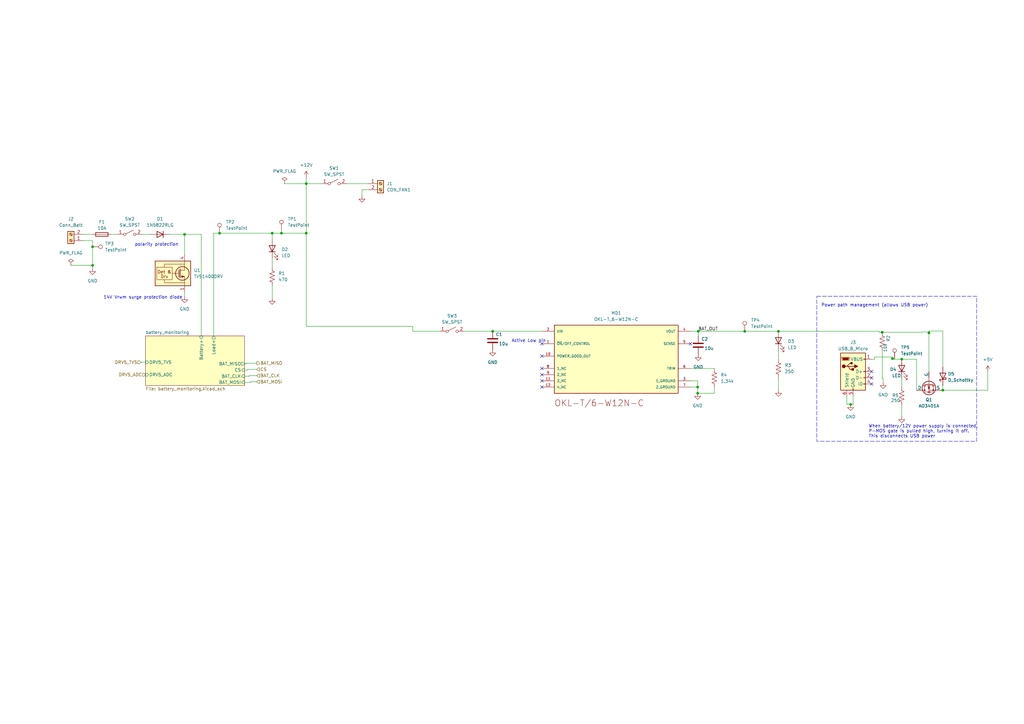
<source format=kicad_sch>
(kicad_sch (version 20230121) (generator eeschema)
  (paper "A3")
  (lib_symbols
    (symbol "Connector:Screw_Terminal_01x02" (pin_names (offset 1.016) hide)
      (property "Reference" "J" (at 0 2.54 0))
      (property "Value" "Screw_Terminal_01x02" (at 0 -5.08 0))
      (symbol "Screw_Terminal_01x02_1_1"
        (rectangle (start -1.27 1.27) (end 1.27 -3.81) (stroke (width 0.254)) (fill (type background)))
        (circle (center 0 -2.54) (radius 0.635) (stroke (width 0.1524)))
        (polyline (pts (xy -0.5334 -2.2098) (xy 0.3302 -3.048)) (stroke (width 0.1524)))
        (polyline (pts (xy -0.5334 0.3302) (xy 0.3302 -0.508)) (stroke (width 0.1524)))
        (polyline (pts (xy -0.3556 -2.032) (xy 0.508 -2.8702)) (stroke (width 0.1524)))
        (polyline (pts (xy -0.3556 0.508) (xy 0.508 -0.3302)) (stroke (width 0.1524)))
        (circle (center 0 0) (radius 0.635) (stroke (width 0.1524)))
        (pin passive line (at -5.08 0 0) (length 3.81) (name "Pin_1") (number "1"))
        (pin passive line (at -5.08 -2.54 0) (length 3.81) (name "Pin_2") (number "2"))
      )
    )
    (symbol "Connector:TestPoint" (pin_numbers hide) (pin_names (offset 0.762) hide)
      (property "Reference" "TP" (at 0 6.858 0))
      (property "Value" "TestPoint" (at 0 5.08 0))
      (symbol "TestPoint_0_1"
        (circle (center 0 3.302) (radius 0.762))
      )
      (symbol "TestPoint_1_1"
        (pin passive line (at 0 0 90) (length 2.54) (name "1") (number "1"))
      )
    )
    (symbol "Connector:USB_B_Micro" (pin_names (offset 1.016))
      (property "Reference" "J11" (at 0 11.938 0))
      (property "Value" "USB_B_Micro" (at 0 9.398 0))
      (symbol "USB_B_Micro_0_1"
        (rectangle (start -5.08 -7.62) (end 5.08 7.62) (stroke (width 0.254)) (fill (type background)))
        (circle (center -3.81 2.159) (radius 0.635) (stroke (width 0.254)) (fill (type outline)))
        (circle (center -0.635 3.429) (radius 0.381) (stroke (width 0.254)) (fill (type outline)))
        (rectangle (start -0.127 -7.62) (end 0.127 -6.858))
        (polyline (pts (xy -1.905 2.159) (xy 0.635 2.159)) (stroke (width 0.254)))
        (polyline (pts (xy -3.175 2.159) (xy -2.54 2.159) (xy -1.27 3.429) (xy -0.635 3.429)) (stroke (width 0.254)))
        (polyline (pts (xy -2.54 2.159) (xy -1.905 2.159) (xy -1.27 0.889) (xy 0 0.889)) (stroke (width 0.254)))
        (polyline (pts (xy 0.635 2.794) (xy 0.635 1.524) (xy 1.905 2.159) (xy 0.635 2.794)) (stroke (width 0.254)) (fill (type outline)))
        (polyline (pts (xy -4.318 5.588) (xy -1.778 5.588) (xy -2.032 4.826) (xy -4.064 4.826) (xy -4.318 5.588)) (fill (type outline)))
        (polyline (pts (xy -4.699 5.842) (xy -4.699 5.588) (xy -4.445 4.826) (xy -4.445 4.572) (xy -1.651 4.572) (xy -1.651 4.826) (xy -1.397 5.588) (xy -1.397 5.842) (xy -4.699 5.842)))
        (rectangle (start 0.254 1.27) (end -0.508 0.508) (stroke (width 0.254)) (fill (type outline)))
        (rectangle (start 5.08 -5.207) (end 4.318 -4.953))
        (rectangle (start 5.08 -2.667) (end 4.318 -2.413))
        (rectangle (start 5.08 -0.127) (end 4.318 0.127))
        (rectangle (start 5.08 4.953) (end 4.318 5.207))
      )
      (symbol "USB_B_Micro_1_1"
        (pin power_out line (at 7.62 5.08 180) (length 2.54) (name "VBUS") (number "1"))
        (pin bidirectional line (at 7.62 -2.54 180) (length 2.54) (name "D-") (number "2"))
        (pin bidirectional line (at 7.62 0 180) (length 2.54) (name "D+") (number "3"))
        (pin passive line (at 7.62 -5.08 180) (length 2.54) (name "ID") (number "4"))
        (pin power_in line (at 0 -10.16 90) (length 2.54) (name "GND") (number "5"))
        (pin passive line (at -2.54 -10.16 90) (length 2.54) (name "Shield") (number "6"))
      )
    )
    (symbol "Device:C" (pin_numbers hide) (pin_names (offset 0.254))
      (property "Reference" "C" (at 0.635 2.54 0))
      (property "Value" "C" (at 0.635 -2.54 0))
      (symbol "C_0_1"
        (polyline (pts (xy -2.032 -0.762) (xy 2.032 -0.762)) (stroke (width 0.508)))
        (polyline (pts (xy -2.032 0.762) (xy 2.032 0.762)) (stroke (width 0.508)))
      )
      (symbol "C_1_1"
        (pin passive line (at 0 3.81 270) (length 2.794) (name "~") (number "1"))
        (pin passive line (at 0 -3.81 90) (length 2.794) (name "~") (number "2"))
      )
    )
    (symbol "Device:D" (pin_numbers hide) (pin_names (offset 1.016) hide)
      (property "Reference" "D" (at 0 2.54 0))
      (property "Value" "D" (at 0 -2.54 0))
      (symbol "D_0_1"
        (polyline (pts (xy -1.27 1.27) (xy -1.27 -1.27)) (stroke (width 0.254)))
        (polyline (pts (xy 1.27 0) (xy -1.27 0)))
        (polyline (pts (xy 1.27 1.27) (xy 1.27 -1.27) (xy -1.27 0) (xy 1.27 1.27)) (stroke (width 0.254)))
      )
      (symbol "D_1_1"
        (pin passive line (at -3.81 0 0) (length 2.54) (name "K") (number "1"))
        (pin passive line (at 3.81 0 180) (length 2.54) (name "A") (number "2"))
      )
    )
    (symbol "Device:D_Schottky" (pin_numbers hide) (pin_names (offset 1.016) hide)
      (property "Reference" "D" (at 0 2.54 0))
      (property "Value" "D_Schottky" (at 0 -2.54 0))
      (symbol "D_Schottky_0_1"
        (polyline (pts (xy 1.27 0) (xy -1.27 0)))
        (polyline (pts (xy 1.27 1.27) (xy 1.27 -1.27) (xy -1.27 0) (xy 1.27 1.27)) (stroke (width 0.254)))
        (polyline (pts (xy -1.905 0.635) (xy -1.905 1.27) (xy -1.27 1.27) (xy -1.27 -1.27) (xy -0.635 -1.27) (xy -0.635 -0.635)) (stroke (width 0.254)))
      )
      (symbol "D_Schottky_1_1"
        (pin passive line (at -3.81 0 0) (length 2.54) (name "K") (number "1"))
        (pin passive line (at 3.81 0 180) (length 2.54) (name "A") (number "2"))
      )
    )
    (symbol "Device:Fuse" (pin_numbers hide) (pin_names (offset 0))
      (property "Reference" "F" (at 2.032 0 90))
      (property "Value" "Fuse" (at -1.905 0 90))
      (symbol "Fuse_0_1"
        (rectangle (start -0.762 -2.54) (end 0.762 2.54) (stroke (width 0.254)))
        (polyline (pts (xy 0 2.54) (xy 0 -2.54)))
      )
      (symbol "Fuse_1_1"
        (pin passive line (at 0 3.81 270) (length 1.27) (name "~") (number "1"))
        (pin passive line (at 0 -3.81 90) (length 1.27) (name "~") (number "2"))
      )
    )
    (symbol "Device:LED" (pin_numbers hide) (pin_names (offset 1.016) hide)
      (property "Reference" "D" (at 0 2.54 0))
      (property "Value" "LED" (at 0 -2.54 0))
      (symbol "LED_0_1"
        (polyline (pts (xy -1.27 -1.27) (xy -1.27 1.27)) (stroke (width 0.254)))
        (polyline (pts (xy -1.27 0) (xy 1.27 0)))
        (polyline (pts (xy 1.27 -1.27) (xy 1.27 1.27) (xy -1.27 0) (xy 1.27 -1.27)) (stroke (width 0.254)))
        (polyline (pts (xy -3.048 -0.762) (xy -4.572 -2.286) (xy -3.81 -2.286) (xy -4.572 -2.286) (xy -4.572 -1.524)))
        (polyline (pts (xy -1.778 -0.762) (xy -3.302 -2.286) (xy -2.54 -2.286) (xy -3.302 -2.286) (xy -3.302 -1.524)))
      )
      (symbol "LED_1_1"
        (pin passive line (at -3.81 0 0) (length 2.54) (name "K") (number "1"))
        (pin passive line (at 3.81 0 180) (length 2.54) (name "A") (number "2"))
      )
    )
    (symbol "Device:R_US" (pin_numbers hide) (pin_names (offset 0))
      (property "Reference" "R" (at 2.54 0 90))
      (property "Value" "R_US" (at -2.54 0 90))
      (symbol "R_US_0_1"
        (polyline (pts (xy 0 -2.286) (xy 0 -2.54)))
        (polyline (pts (xy 0 2.286) (xy 0 2.54)))
        (polyline (pts (xy 0 -0.762) (xy 1.016 -1.143) (xy 0 -1.524) (xy -1.016 -1.905) (xy 0 -2.286)))
        (polyline (pts (xy 0 0.762) (xy 1.016 0.381) (xy 0 0) (xy -1.016 -0.381) (xy 0 -0.762)))
        (polyline (pts (xy 0 2.286) (xy 1.016 1.905) (xy 0 1.524) (xy -1.016 1.143) (xy 0 0.762)))
      )
      (symbol "R_US_1_1"
        (pin passive line (at 0 3.81 270) (length 1.27) (name "~") (number "1"))
        (pin passive line (at 0 -3.81 90) (length 1.27) (name "~") (number "2"))
      )
    )
    (symbol "OKL-T/6-W12N-C:OKL-T_6-W12N-C" (pin_names (offset 1.016))
      (property "Reference" "MD1" (at 27.94 -0.127 0))
      (property "Value" "OKL-T_6-W12N-C" (at 27.94 -2.667 0))
      (symbol "OKL-T_6-W12N-C_0_0"
        (rectangle (start 2.54 -33.02) (end 53.34 -5.08) (stroke (width 0.254)) (fill (type background)))
        (text "OKL-T/6-W12N-C" (at 2.54 -35.56 0) (effects (font (size 2.54 2.54)) (justify left top)))
        (pin bidirectional line (at -2.54 -12.7 0) (length 5.08) (name "~{ON}/OFF_CONTROL") (number "1"))
        (pin open_collector line (at -2.54 -17.78 0) (length 5.08) (name "POWER_GOOD_OUT") (number "10"))
        (pin passive line (at -2.54 -27.94 0) (length 5.08) (name "3_NC") (number "11"))
        (pin passive line (at -2.54 -30.48 0) (length 5.08) (name "4_NC") (number "12"))
        (pin bidirectional line (at -2.54 -7.62 0) (length 5.08) (name "VIN") (number "2"))
        (pin power_in line (at 58.42 -27.94 180) (length 5.08) (name "1_GROUND") (number "3"))
        (pin passive line (at 58.42 -12.7 180) (length 5.08) (name "SENSE") (number "5"))
        (pin passive line (at 58.42 -22.86 180) (length 5.08) (name "TRIM") (number "6"))
        (pin power_in line (at 58.42 -30.48 180) (length 5.08) (name "2_GROUND") (number "7"))
        (pin passive line (at -2.54 -22.86 0) (length 5.08) (name "1_NC") (number "8"))
        (pin passive line (at -2.54 -25.4 0) (length 5.08) (name "2_NC") (number "9"))
      )
      (symbol "OKL-T_6-W12N-C_1_0"
        (pin power_out line (at 58.42 -7.62 180) (length 5.08) (name "VOUT") (number "4"))
      )
    )
    (symbol "Power_Protection:TVS1400DRV" (pin_names (offset 0) hide)
      (property "Reference" "U" (at 2.54 1.27 0))
      (property "Value" "TVS1400DRV" (at 2.54 -1.27 0))
      (symbol "TVS1400DRV_0_0"
        (rectangle (start -11.43 2.54) (end -5.08 -2.54))
        (polyline (pts (xy 0 1.27) (xy -1.778 1.27)))
        (polyline (pts (xy -8.255 -2.54) (xy -8.255 -3.81) (xy 0 -3.81)))
        (polyline (pts (xy -8.255 2.54) (xy -8.255 3.81) (xy 0 3.81)))
        (text "Det &" (at -8.255 0.635 0) (effects (font (size 1.27 1.27))))
        (text "Drv" (at -8.255 -1.27 0) (effects (font (size 1.27 1.27))))
      )
      (symbol "TVS1400DRV_0_1"
        (rectangle (start -12.065 5.08) (end 2.54 -5.08) (stroke (width 0.254)) (fill (type background)))
        (circle (center -0.889 0) (radius 2.794) (stroke (width 0.254)))
        (polyline (pts (xy -2.286 0) (xy -5.08 0)))
        (polyline (pts (xy -2.286 1.397) (xy -2.286 -1.524)) (stroke (width 0.254)))
        (polyline (pts (xy -1.778 1.778) (xy -1.778 -1.778)) (stroke (width 0.254)))
        (polyline (pts (xy 0 -2.54) (xy 0 -5.08)))
        (polyline (pts (xy 0 2.54) (xy 0 1.27)))
        (polyline (pts (xy 0 5.08) (xy 0 2.54)))
        (polyline (pts (xy 0 -2.54) (xy 0 -1.27) (xy -1.778 -1.27)))
        (polyline (pts (xy -0.127 -1.27) (xy -1.143 -1.651) (xy -1.143 -0.889) (xy -0.127 -1.27)) (fill (type outline)))
      )
      (symbol "TVS1400DRV_1_1"
        (pin power_in line (at 0 -7.62 90) (length 2.54) (name "GND") (number "1"))
        (pin passive line (at 0 -7.62 90) (length 2.54) hide (name "GND") (number "2"))
        (pin passive line (at 0 -7.62 90) (length 2.54) hide (name "GND") (number "3"))
        (pin passive line (at 0 7.62 270) (length 2.54) (name "IN") (number "4"))
        (pin passive line (at 0 7.62 270) (length 2.54) hide (name "IN") (number "5"))
        (pin passive line (at 0 7.62 270) (length 2.54) hide (name "IN") (number "6"))
        (pin passive line (at 0 -7.62 90) (length 2.54) hide (name "GND") (number "7"))
      )
    )
    (symbol "Screw_Terminal_01x02_1" (pin_names (offset 1.016) hide)
      (property "Reference" "J2" (at 0 -8.89 0))
      (property "Value" "Conn_Batt" (at 0 -6.35 0))
      (symbol "Screw_Terminal_01x02_1_1_1"
        (rectangle (start -1.27 1.27) (end 1.27 -3.81) (stroke (width 0.254)) (fill (type background)))
        (circle (center 0 -2.54) (radius 0.635) (stroke (width 0.1524)))
        (polyline (pts (xy -0.5334 -2.2098) (xy 0.3302 -3.048)) (stroke (width 0.1524)))
        (polyline (pts (xy -0.5334 0.3302) (xy 0.3302 -0.508)) (stroke (width 0.1524)))
        (polyline (pts (xy -0.3556 -2.032) (xy 0.508 -2.8702)) (stroke (width 0.1524)))
        (polyline (pts (xy -0.3556 0.508) (xy 0.508 -0.3302)) (stroke (width 0.1524)))
        (circle (center 0 0) (radius 0.635) (stroke (width 0.1524)))
        (pin passive line (at -5.08 0 0) (length 3.81) (name "Pin_1") (number "1"))
        (pin passive line (at -5.08 -2.54 0) (length 3.81) (name "Pin_2") (number "2"))
      )
    )
    (symbol "Simulation_SPICE:PMOS" (pin_numbers hide) (pin_names (offset 0))
      (property "Reference" "Q" (at 5.08 1.27 0))
      (property "Value" "PMOS" (at 5.08 -1.27 0))
      (symbol "PMOS_0_1"
        (polyline (pts (xy 0.254 0) (xy -2.54 0)))
        (polyline (pts (xy 0.254 1.905) (xy 0.254 -1.905)) (stroke (width 0.254)))
        (polyline (pts (xy 0.762 -1.27) (xy 0.762 -2.286)) (stroke (width 0.254)))
        (polyline (pts (xy 0.762 0.508) (xy 0.762 -0.508)) (stroke (width 0.254)))
        (polyline (pts (xy 0.762 2.286) (xy 0.762 1.27)) (stroke (width 0.254)))
        (polyline (pts (xy 2.54 2.54) (xy 2.54 1.778)))
        (polyline (pts (xy 2.54 -2.54) (xy 2.54 0) (xy 0.762 0)))
        (polyline (pts (xy 0.762 1.778) (xy 3.302 1.778) (xy 3.302 -1.778) (xy 0.762 -1.778)))
        (polyline (pts (xy 2.286 0) (xy 1.27 0.381) (xy 1.27 -0.381) (xy 2.286 0)) (fill (type outline)))
        (polyline (pts (xy 2.794 -0.508) (xy 2.921 -0.381) (xy 3.683 -0.381) (xy 3.81 -0.254)))
        (polyline (pts (xy 3.302 -0.381) (xy 2.921 0.254) (xy 3.683 0.254) (xy 3.302 -0.381)))
        (circle (center 1.651 0) (radius 2.794) (stroke (width 0.254)))
        (circle (center 2.54 -1.778) (radius 0.254) (fill (type outline)))
        (circle (center 2.54 1.778) (radius 0.254) (fill (type outline)))
      )
      (symbol "PMOS_1_1"
        (pin passive line (at 2.54 5.08 270) (length 2.54) (name "D") (number "1"))
        (pin input line (at -5.08 0 0) (length 2.54) (name "G") (number "2"))
        (pin passive line (at 2.54 -5.08 90) (length 2.54) (name "S") (number "3"))
      )
    )
    (symbol "Switch:SW_SPST" (pin_names (offset 0) hide)
      (property "Reference" "SW" (at 0 3.175 0))
      (property "Value" "SW_SPST" (at 0 -2.54 0))
      (symbol "SW_SPST_0_0"
        (circle (center -2.032 0) (radius 0.508))
        (polyline (pts (xy -1.524 0.254) (xy 1.524 1.778)))
        (circle (center 2.032 0) (radius 0.508))
      )
      (symbol "SW_SPST_1_1"
        (pin passive line (at -5.08 0 0) (length 2.54) (name "A") (number "1"))
        (pin passive line (at 5.08 0 180) (length 2.54) (name "B") (number "2"))
      )
    )
    (symbol "power:+12V" (power) (pin_names (offset 0))
      (property "Value" "+12V" (at 0 3.556 0))
      (symbol "+12V_0_1"
        (polyline (pts (xy -0.762 1.27) (xy 0 2.54)))
        (polyline (pts (xy 0 0) (xy 0 2.54)))
        (polyline (pts (xy 0 2.54) (xy 0.762 1.27)))
      )
      (symbol "+12V_1_1"
        (pin power_in line (at 0 0 90) (length 0) hide (name "+12V") (number "1"))
      )
    )
    (symbol "power:+5V" (power) (pin_names (offset 0))
      (property "Value" "+5V" (at 0 3.556 0))
      (symbol "+5V_0_1"
        (polyline (pts (xy -0.762 1.27) (xy 0 2.54)))
        (polyline (pts (xy 0 0) (xy 0 2.54)))
        (polyline (pts (xy 0 2.54) (xy 0.762 1.27)))
      )
      (symbol "+5V_1_1"
        (pin power_in line (at 0 0 90) (length 0) hide (name "+5V") (number "1"))
      )
    )
    (symbol "power:GND" (power) (pin_names (offset 0))
      (property "Value" "GND" (at 0 -3.81 0))
      (symbol "GND_0_1"
        (polyline (pts (xy 0 0) (xy 0 -1.27) (xy 1.27 -1.27) (xy 0 -2.54) (xy -1.27 -1.27) (xy 0 -1.27)))
      )
      (symbol "GND_1_1"
        (pin power_in line (at 0 0 270) (length 0) hide (name "GND") (number "1"))
      )
    )
    (symbol "power:PWR_FLAG" (power) (pin_numbers hide) (pin_names (offset 0) hide)
      (property "Value" "PWR_FLAG" (at 0 3.81 0))
      (symbol "PWR_FLAG_0_0"
        (pin power_out line (at 0 0 90) (length 0) (name "pwr") (number "1"))
      )
      (symbol "PWR_FLAG_0_1"
        (polyline (pts (xy 0 0) (xy 0 1.27) (xy -1.016 1.905) (xy 0 2.54) (xy 1.016 1.905) (xy 0 1.27)))
      )
    )
  )
  (junction (at 90.043 95.631))
  (junction (at 111.633 95.631))
  (junction (at 75.692 96.139))
  (junction (at 202.057 135.89))
  (junction (at 37.973 101.219))
  (junction (at 286.131 161.29))
  (junction (at 386.715 160.02))
  (junction (at 286.131 158.75))
  (junction (at 305.435 135.89))
  (junction (at 348.869 165.862))
  (junction (at 286.385 135.89))
  (junction (at 125.603 75.311))
  (junction (at 366.014 147.066))
  (junction (at 125.603 95.631))
  (junction (at 115.443 95.631))
  (junction (at 381 136.525))
  (junction (at 369.824 147.32))
  (junction (at 37.973 108.839))
  (junction (at 361.823 136.271))
  (junction (at 319.278 135.89))
  (no_connect (at 222.25 140.97))
  (no_connect (at 222.25 153.67))
  (no_connect (at 357.505 154.94))
  (no_connect (at 222.25 156.21))
  (no_connect (at 357.505 157.48))
  (no_connect (at 357.505 152.4))
  (no_connect (at 222.25 158.75))
  (no_connect (at 222.25 151.13))
  (no_connect (at 283.21 140.97))
  (no_connect (at 222.25 146.05))
  (wire (pts (xy 37.973 108.839) (xy 37.973 110.109)))
  (wire (pts (xy 360.553 136.271) (xy 360.553 135.89)))
  (wire (pts (xy 361.823 155.194) (xy 361.823 143.891)))
  (wire (pts (xy 125.603 75.311) (xy 131.953 75.311)))
  (wire (pts (xy 75.692 119.761) (xy 75.692 121.666)))
  (wire (pts (xy 378.206 136.144) (xy 380.746 136.144)))
  (wire (pts (xy 378.206 136.144) (xy 378.206 136.271)))
  (wire (pts (xy 286.385 135.89) (xy 286.385 137.795)))
  (wire (pts (xy 169.291 135.89) (xy 180.34 135.89)))
  (wire (pts (xy 111.633 105.791) (xy 111.633 109.601)))
  (wire (pts (xy 101.6 151.765) (xy 101.6 151.511)))
  (wire (pts (xy 101.6 151.511) (xy 105.283 151.511)))
  (wire (pts (xy 348.869 165.862) (xy 349.885 165.862)))
  (wire (pts (xy 102.87 156.591) (xy 105.283 156.591)))
  (wire (pts (xy 366.014 147.32) (xy 369.824 147.32)))
  (wire (pts (xy 292.989 161.29) (xy 286.131 161.29)))
  (wire (pts (xy 381 136.525) (xy 381 152.4)))
  (wire (pts (xy 100.33 156.845) (xy 102.87 156.845)))
  (wire (pts (xy 100.33 154.305) (xy 102.235 154.305)))
  (wire (pts (xy 142.113 75.311) (xy 151.003 75.311)))
  (wire (pts (xy 37.973 101.219) (xy 37.973 108.839)))
  (wire (pts (xy 375.92 147.32) (xy 375.92 160.02)))
  (wire (pts (xy 283.21 135.89) (xy 286.385 135.89)))
  (wire (pts (xy 378.206 136.271) (xy 361.823 136.271)))
  (wire (pts (xy 286.385 135.89) (xy 305.435 135.89)))
  (wire (pts (xy 369.824 166.37) (xy 369.824 170.815)))
  (wire (pts (xy 380.746 136.525) (xy 381 136.525)))
  (wire (pts (xy 319.278 135.89) (xy 305.435 135.89)))
  (wire (pts (xy 100.965 149.225) (xy 100.965 148.971)))
  (wire (pts (xy 115.443 95.631) (xy 111.633 95.631)))
  (wire (pts (xy 125.603 95.631) (xy 125.603 133.858)))
  (wire (pts (xy 347.345 162.56) (xy 347.345 165.862)))
  (wire (pts (xy 37.973 98.679) (xy 34.163 98.679)))
  (wire (pts (xy 283.21 156.21) (xy 286.131 156.21)))
  (wire (pts (xy 386.715 135.763) (xy 381 135.763)))
  (wire (pts (xy 369.824 154.94) (xy 369.824 158.75)))
  (wire (pts (xy 102.235 154.305) (xy 102.235 154.051)))
  (wire (pts (xy 82.55 96.139) (xy 82.55 137.795)))
  (wire (pts (xy 386.715 160.02) (xy 386.715 158.115)))
  (wire (pts (xy 360.553 135.89) (xy 319.278 135.89)))
  (wire (pts (xy 369.824 147.32) (xy 375.92 147.32)))
  (wire (pts (xy 29.083 108.839) (xy 37.973 108.839)))
  (wire (pts (xy 381 135.763) (xy 381 136.525)))
  (wire (pts (xy 386.715 135.763) (xy 386.715 150.495)))
  (wire (pts (xy 347.345 165.862) (xy 348.869 165.862)))
  (wire (pts (xy 169.291 133.858) (xy 125.603 133.858)))
  (wire (pts (xy 90.043 95.631) (xy 111.633 95.631)))
  (wire (pts (xy 151.003 77.851) (xy 148.463 77.851)))
  (wire (pts (xy 100.33 151.765) (xy 101.6 151.765)))
  (wire (pts (xy 202.057 135.89) (xy 222.25 135.89)))
  (wire (pts (xy 111.633 95.631) (xy 111.633 98.171)))
  (wire (pts (xy 358.648 147.32) (xy 357.505 147.32)))
  (wire (pts (xy 358.648 146.431) (xy 358.648 147.32)))
  (wire (pts (xy 405.13 152.527) (xy 405.13 160.02)))
  (wire (pts (xy 358.648 146.431) (xy 366.014 146.431)))
  (wire (pts (xy 283.21 158.75) (xy 286.131 158.75)))
  (wire (pts (xy 87.63 95.631) (xy 87.63 137.795)))
  (wire (pts (xy 34.163 96.139) (xy 37.973 96.139)))
  (wire (pts (xy 100.965 148.971) (xy 105.283 148.971)))
  (wire (pts (xy 115.443 94.361) (xy 115.443 95.631)))
  (wire (pts (xy 37.973 101.219) (xy 37.973 98.679)))
  (wire (pts (xy 366.014 146.431) (xy 366.014 147.066)))
  (wire (pts (xy 75.692 96.139) (xy 82.55 96.139)))
  (wire (pts (xy 366.014 147.066) (xy 366.903 147.066)))
  (wire (pts (xy 362.204 155.194) (xy 362.204 156.845)))
  (wire (pts (xy 360.553 136.271) (xy 361.823 136.271)))
  (wire (pts (xy 111.633 117.221) (xy 111.633 122.301)))
  (wire (pts (xy 58.293 96.139) (xy 61.849 96.139)))
  (wire (pts (xy 125.603 95.631) (xy 125.603 75.311)))
  (wire (pts (xy 292.989 151.257) (xy 292.989 151.13)))
  (wire (pts (xy 319.278 154.94) (xy 319.278 160.02)))
  (wire (pts (xy 100.33 149.225) (xy 100.965 149.225)))
  (wire (pts (xy 45.593 96.139) (xy 48.133 96.139)))
  (wire (pts (xy 366.014 147.066) (xy 366.014 147.32)))
  (wire (pts (xy 115.443 95.631) (xy 125.603 95.631)))
  (wire (pts (xy 319.278 143.51) (xy 319.278 147.32)))
  (wire (pts (xy 361.823 155.194) (xy 362.204 155.194)))
  (wire (pts (xy 75.692 104.521) (xy 75.692 96.139)))
  (wire (pts (xy 57.785 148.59) (xy 59.69 148.59)))
  (wire (pts (xy 286.131 156.21) (xy 286.131 158.75)))
  (wire (pts (xy 102.235 154.051) (xy 105.283 154.051)))
  (wire (pts (xy 286.131 158.75) (xy 286.131 161.29)))
  (wire (pts (xy 292.989 151.13) (xy 283.21 151.13)))
  (wire (pts (xy 386.715 160.02) (xy 405.13 160.02)))
  (wire (pts (xy 116.713 75.311) (xy 125.603 75.311)))
  (wire (pts (xy 102.87 156.845) (xy 102.87 156.591)))
  (wire (pts (xy 125.603 72.771) (xy 125.603 75.311)))
  (wire (pts (xy 386.08 160.02) (xy 386.715 160.02)))
  (wire (pts (xy 148.463 77.851) (xy 148.463 80.391)))
  (wire (pts (xy 169.291 135.89) (xy 169.291 133.858)))
  (wire (pts (xy 90.043 95.631) (xy 87.63 95.631)))
  (wire (pts (xy 69.469 96.139) (xy 75.692 96.139)))
  (wire (pts (xy 380.746 136.144) (xy 380.746 136.525)))
  (wire (pts (xy 292.989 158.877) (xy 292.989 161.29)))
  (wire (pts (xy 190.5 135.89) (xy 202.057 135.89)))
  (wire (pts (xy 349.885 162.56) (xy 349.885 165.862)))
  (rectangle (start 335.026 121.539) (end 400.558 180.975) (stroke (width 0) (type dash)))
  (text "Active Low pin\n" (at 209.804 140.589 0) (effects (font (size 1.27 1.27)) (justify left bottom)))
  (text "Power path management (allows USB power)" (at 336.804 125.984 0) (effects (font (size 1.27 1.27)) (justify left bottom)))
  (text "When battery/12V power supply is connected,\nP-MOS gate is pulled high, turning it off.\nThis disconnects USB power" (at 356.235 179.705 0) (effects (font (size 1.27 1.27)) (justify left bottom)))
  (text "14V Vrwm surge protection diode" (at 42.418 122.809 0) (effects (font (size 1.27 1.27)) (justify left bottom)))
  (text "polarity protection\n" (at 55.245 101.092 0) (effects (font (size 1.27 1.27)) (justify left bottom)))
  (label "BAT_OUT" (at 286.385 135.89 0))
  (hierarchical_label "DRV5_ADC" (shape input) (at 59.69 153.67 180))
  (hierarchical_label "BAT_CLK" (shape input) (at 105.283 154.051 0))
  (hierarchical_label "DRV5_TVS" (shape input) (at 57.785 148.59 180))
  (hierarchical_label "BAT_MISO" (shape output) (at 105.283 148.971 0))
  (hierarchical_label "BAT_MOSI" (shape input) (at 105.283 156.591 0))
  (hierarchical_label "CS" (shape input) (at 105.283 151.511 0))
  (symbol (lib_id "Device:LED") (at 369.824 151.13 90) (unit 1)
    (property "Reference" "D4" (at 364.998 151.511 90) (effects (justify right)))
    (property "Value" "LED" (at 365.887 154.051 90) (effects (justify right)))
    (property "Footprint" "LED_SMD:LED_1206_3216Metric" (effects hide))
  )
  (symbol (lib_id "power:GND") (at 348.869 165.862 0) (unit 1)
    (property "Reference" "#PWR012" (effects hide))
    (property "Value" "GND" (at 348.869 170.942 0))
  )
  (symbol (lib_id "Connector:TestPoint") (at 305.435 135.89 0) (unit 1)
    (property "Reference" "TP4" (at 307.975 131.318 0) (effects (justify left)))
    (property "Value" "TestPoint" (at 307.975 133.858 0) (effects (justify left)))
    (property "Footprint" "TestPoint:TestPoint_Pad_D2.0mm" (effects hide))
  )
  (symbol (lib_id "Device:R_US") (at 369.824 162.56 0) (unit 1)
    (property "Reference" "R5" (at 365.887 162.179 0) (effects (justify left)))
    (property "Value" "250" (at 365.379 164.211 0) (effects (justify left)))
    (property "Footprint" "Resistor_SMD:R_1206_3216Metric" (effects hide))
  )
  (symbol (lib_id "Connector:Screw_Terminal_01x02") (at 156.083 75.311 0) (unit 1)
    (property "Reference" "J1" (at 158.623 75.311 0) (effects (justify left)))
    (property "Value" "CON_FAN1" (at 158.623 77.851 0) (effects (justify left)))
    (property "Footprint" "terminal blocks:P-2604-1102" (effects hide))
  )
  (symbol (lib_id "Simulation_SPICE:PMOS") (at 381 157.48 90) (mirror x) (unit 1)
    (property "Reference" "Q1" (at 381 163.957 90))
    (property "Value" "AO3401A" (at 381 166.497 90))
    (property "Footprint" "AO3401A:SOT23-3" (effects hide))
    (property "Datasheet" "https://ngspice.sourceforge.io/docs/ngspice-manual.pdf" (effects hide))
    (property "Sim.Device" "PMOS" (effects hide))
    (property "Sim.Type" "VDMOS" (effects hide))
    (property "Sim.Pins" "1=D 2=G 3=S" (effects hide))
  )
  (symbol (lib_id "Connector:TestPoint") (at 90.043 95.631 0) (unit 1)
    (property "Reference" "TP2" (at 92.583 91.059 0) (effects (justify left)))
    (property "Value" "TestPoint" (at 92.583 93.599 0) (effects (justify left)))
    (property "Footprint" "TestPoint:TestPoint_Pad_D2.0mm" (effects hide))
  )
  (symbol (lib_id "Device:C") (at 202.057 139.7 0) (unit 1)
    (property "Reference" "C1" (at 203.327 137.16 0) (effects (justify left)))
    (property "Value" "10u" (at 204.597 140.97 0) (effects (justify left)))
    (property "Footprint" "Capacitor_Tantalum_SMD:CP_EIA-3216-18_Kemet-A" (effects hide))
  )
  (symbol (lib_id "power:GND") (at 37.973 110.109 0) (unit 1)
    (property "Reference" "#PWR03" (effects hide))
    (property "Value" "GND" (at 37.973 115.189 0))
  )
  (symbol (lib_id "power:GND") (at 111.633 122.301 0) (unit 1)
    (property "Reference" "#PWR05" (effects hide))
    (property "Value" "GND" (effects hide))
  )
  (symbol (lib_id "power:PWR_FLAG") (at 29.083 108.839 0) (unit 1)
    (property "Reference" "#FLG02" (effects hide))
    (property "Value" "PWR_FLAG" (at 29.083 103.759 0))
  )
  (symbol (lib_id "Device:D_Schottky") (at 386.715 154.305 90) (unit 1)
    (property "Reference" "D5" (at 388.747 153.3525 90) (effects (justify right)))
    (property "Value" "D_Schottky" (at 388.747 155.8925 90) (effects (justify right)))
    (property "Footprint" "Diode_SMD:D_SMA" (effects hide))
  )
  (symbol (lib_id "Device:R_US") (at 361.823 140.081 0) (unit 1)
    (property "Reference" "R2" (at 364.363 138.811 90))
    (property "Value" "10k" (at 363.093 142.621 90))
    (property "Footprint" "Resistor_SMD:R_1206_3216Metric" (effects hide))
  )
  (symbol (lib_id "Connector:TestPoint") (at 366.903 147.066 0) (unit 1)
    (property "Reference" "TP5" (at 369.443 142.494 0) (effects (justify left)))
    (property "Value" "TestPoint" (at 369.443 145.034 0) (effects (justify left)))
    (property "Footprint" "TestPoint:TestPoint_Pad_D2.0mm" (effects hide))
  )
  (symbol (lib_id "power:GND") (at 369.824 170.815 0) (unit 1)
    (property "Reference" "#PWR013" (effects hide))
    (property "Value" "GND" (effects hide))
  )
  (symbol (lib_id "Connector:USB_B_Micro") (at 349.885 152.4 0) (unit 1)
    (property "Reference" "J3" (at 349.885 140.462 0))
    (property "Value" "USB_B_Micro" (at 349.885 143.002 0))
    (property "Footprint" "USB-B:GCT_USB3090-XX-X_REVE" (effects hide))
  )
  (symbol (lib_id "Power_Protection:TVS1400DRV") (at 75.692 112.141 0) (unit 1)
    (property "Reference" "U1" (at 79.502 110.871 0) (effects (justify left)))
    (property "Value" "TVS1400DRV" (at 79.502 113.411 0) (effects (justify left)))
    (property "Footprint" "Package_SON:WSON-6-1EP_2x2mm_P0.65mm_EP1x1.6mm" (effects hide))
    (property "Datasheet" "http://www.ti.com/lit/ds/symlink/tvs1400.pdf" (effects hide))
  )
  (symbol (lib_id "Device:R_US") (at 111.633 113.411 0) (unit 1)
    (property "Reference" "R1" (at 114.173 112.141 0) (effects (justify left)))
    (property "Value" "470" (at 114.173 114.681 0) (effects (justify left)))
    (property "Footprint" "Resistor_SMD:R_1206_3216Metric" (effects hide))
  )
  (symbol (lib_id "Device:R_US") (at 292.989 155.067 0) (unit 1)
    (property "Reference" "R4" (at 295.529 153.797 0) (effects (justify left)))
    (property "Value" "1.34k" (at 295.529 156.337 0) (effects (justify left)))
    (property "Footprint" "Resistor_SMD:R_1206_3216Metric" (effects hide))
  )
  (symbol (lib_name "Screw_Terminal_01x02_1") (lib_id "Connector:Screw_Terminal_01x02") (at 29.083 98.679 180) (unit 1)
    (property "Reference" "J2" (at 29.083 89.789 0))
    (property "Value" "Conn_Batt" (at 29.083 92.329 0))
    (property "Footprint" "terminal blocks:P-2604-1102" (effects hide))
  )
  (symbol (lib_id "power:+12V") (at 125.603 72.771 0) (unit 1)
    (property "Reference" "#PWR01" (effects hide))
    (property "Value" "+12V" (at 125.603 67.691 0))
  )
  (symbol (lib_id "power:PWR_FLAG") (at 116.713 75.311 0) (unit 1)
    (property "Reference" "#FLG01" (effects hide))
    (property "Value" "PWR_FLAG" (at 116.713 70.231 0))
  )
  (symbol (lib_id "Device:D") (at 65.659 96.139 180) (unit 1)
    (property "Reference" "D1" (at 65.659 89.789 0))
    (property "Value" "1N5822RLG" (at 65.659 92.329 0))
    (property "Footprint" "Diode_THT:D_DO-201AD_P15.24mm_Horizontal" (effects hide))
    (property "Sim.Device" "D" (effects hide))
    (property "Sim.Pins" "1=K 2=A" (effects hide))
  )
  (symbol (lib_id "power:GND") (at 362.204 156.845 0) (unit 1)
    (property "Reference" "#PWR09" (effects hide))
    (property "Value" "GND" (at 362.204 161.925 0))
  )
  (symbol (lib_id "power:GND") (at 202.057 143.51 0) (unit 1)
    (property "Reference" "#PWR06" (effects hide))
    (property "Value" "GND" (at 202.057 148.59 0))
  )
  (symbol (lib_id "Device:Fuse") (at 41.783 96.139 90) (unit 1)
    (property "Reference" "F1" (at 41.783 91.059 90))
    (property "Value" "10A" (at 41.783 93.599 90))
    (property "Footprint" "4628:FUSE_4628" (effects hide))
  )
  (symbol (lib_id "Device:C") (at 286.385 141.605 0) (unit 1)
    (property "Reference" "C2" (at 287.655 139.065 0) (effects (justify left)))
    (property "Value" "10u" (at 288.925 142.875 0) (effects (justify left)))
    (property "Footprint" "Capacitor_SMD:C_1206_3216Metric" (effects hide))
  )
  (symbol (lib_id "power:GND") (at 148.463 80.391 0) (unit 1)
    (property "Reference" "#PWR02" (effects hide))
    (property "Value" "GND" (effects hide))
  )
  (symbol (lib_id "Device:R_US") (at 319.278 151.13 0) (unit 1)
    (property "Reference" "R3" (at 321.818 149.86 0) (effects (justify left)))
    (property "Value" "250" (at 321.818 152.4 0) (effects (justify left)))
    (property "Footprint" "Resistor_SMD:R_1206_3216Metric" (effects hide))
  )
  (symbol (lib_id "OKL-T/6-W12N-C:OKL-T_6-W12N-C") (at 224.79 128.27 0) (unit 1)
    (property "Reference" "MD1" (at 252.73 128.397 0))
    (property "Value" "OKL-T_6-W12N-C" (at 252.73 130.937 0))
    (property "Footprint" "OKL-T6-W12N:MURATA_OKL-T-6-W12N-C_0" (effects hide))
    (property "MOUSER_DESCRIPTION" "Non-Isolated DC/DC Converters 12Vin .59-5.5Vout 6A 30W Neg Polarity" (effects hide))
    (property "NUMBER_OF_OUTPUTS" "1" (effects hide))
    (property "Check_prices" "https://www.snapeda.com/parts/OKL-T/6-W12N-C/Murata/view-part/?ref=eda" (effects hide))
    (property "MOUSER_PART_NUMBER" "580-OKL-T/6-W12N-C" (effects hide))
    (property "MFG_PACKAGE_IDENT_COMPONENT_ID" "4873da16363307f0" (effects hide))
    (property "AUTOMOTIVE" "No" (effects hide))
    (property "SWITCHING_TOPOLOGY" "Buck" (effects hide))
    (property "MFG_PACKAGE_IDENT_DATE" "0" (effects hide))
    (property "PREFIX" "MD" (effects hide))
    (property "MAX_SUPPLY_VOLTAGE" "14V" (effects hide))
    (property "TEMPERATURE_RANGE_LOW" "-40°C" (effects hide))
    (property "OUTPUT_CURRENT" "6A" (effects hide))
    (property "OUTPUT_VOLTAGE" "0.591-5.5V" (effects hide))
    (property "DIGIKEY_DESCRIPTION" "DC DC CONVERTER 0.591-5.5V 30W" (effects hide))
    (property "CENTROID_NOT_SPECIFIED" "No" (effects hide))
    (property "Description" "\nNon-Isolated PoL Module DC DC Converter 1 Output 0.591 ~ 5.5V - - 6A 4.5V - 14V Input\n" (effects hide))
    (property "Price" "None" (effects hide))
    (property "Package" "Murata Power Solutions Inc." (effects hide))
    (property "DEVICE_CLASS_L1" "Integrated Circuits (ICs)" (effects hide))
    (property "DEVICE_CLASS_L3" "Voltage Regulators - Switching" (effects hide))
    (property "DEVICE_CLASS_L2" "Power Management ICs" (effects hide))
    (property "OUTPUT_TYPE" "AdjustableProgrammable" (effects hide))
    (property "FOOTPRINT_VARIANT_NAME_0" "Recommended_Land_Pattern" (effects hide))
    (property "MP" "OKL-T/6-W12N-C" (effects hide))
    (property "DIGIKEY_PART_NUMBER" "811-2214-1-ND" (effects hide))
    (property "PACKAGE" "iLGA12" (effects hide))
    (property "LEAD_FREE" "Yes" (effects hide))
    (property "HEIGHT" "7.2mm" (effects hide))
    (property "DATASHEET" "https://www.murata.com/en-us/products/productdetail.aspx?partno=OKL-T/6-W12N-C" (effects hide))
    (property "SnapEDA_Link" "https://www.snapeda.com/parts/OKL-T/6-W12N-C/Murata/view-part/?ref=snap" (effects hide))
    (property "VERIFICATION_VERSION" "0.0.0.3" (effects hide))
    (property "MFG_PACKAGE_IDENT" "OKL-T/6-W12" (effects hide))
    (property "MF" "Murata Power Solutions Inc." (effects hide))
    (property "SWITCHING_FREQUENCY" "600kHz" (effects hide))
    (property "MPN" "OKL-T/6-W12N-C" (effects hide))
    (property "TEMPERATURE_RANGE_HIGH" "+85°C" (effects hide))
    (property "NOMINAL_SUPPLY_CURRENT" "20mA" (effects hide))
    (property "MIN_SUPPLY_VOLTAGE" "4.5V" (effects hide))
    (property "MFG_PACKAGE_IDENT_REV" "0" (effects hide))
    (property "Availability" "In Stock" (effects hide))
    (property "ROHS" "Yes" (effects hide))
  )
  (symbol (lib_id "power:GND") (at 286.385 145.415 0) (unit 1)
    (property "Reference" "#PWR07" (effects hide))
    (property "Value" "GND" (at 286.385 150.495 0))
  )
  (symbol (lib_id "power:GND") (at 75.692 121.666 0) (unit 1)
    (property "Reference" "#PWR04" (effects hide))
    (property "Value" "GND" (at 75.692 126.746 0))
  )
  (symbol (lib_id "Connector:TestPoint") (at 37.973 101.219 270) (unit 1)
    (property "Reference" "TP3" (at 43.053 99.949 90) (effects (justify left)))
    (property "Value" "TestPoint" (at 43.053 102.489 90) (effects (justify left)))
    (property "Footprint" "TestPoint:TestPoint_Pad_D2.0mm" (effects hide))
  )
  (symbol (lib_id "Device:LED") (at 111.633 101.981 90) (unit 1)
    (property "Reference" "D2" (at 115.443 102.2985 90) (effects (justify right)))
    (property "Value" "LED" (at 115.443 104.8385 90) (effects (justify right)))
    (property "Footprint" "LED_SMD:LED_1206_3216Metric" (effects hide))
  )
  (symbol (lib_id "Device:LED") (at 319.278 139.7 90) (unit 1)
    (property "Reference" "D3" (at 323.088 140.0175 90) (effects (justify right)))
    (property "Value" "LED" (at 323.088 142.5575 90) (effects (justify right)))
    (property "Footprint" "LED_SMD:LED_1206_3216Metric" (effects hide))
  )
  (symbol (lib_id "Switch:SW_SPST") (at 53.213 96.139 0) (unit 1)
    (property "Reference" "SW2" (at 53.213 89.789 0))
    (property "Value" "SW_SPST" (at 53.213 92.329 0))
    (property "Footprint" "500SSP1S2M2QEA:SW_500SSP1S2M2QEA" (effects hide))
  )
  (symbol (lib_id "power:GND") (at 286.131 161.29 0) (unit 1)
    (property "Reference" "#PWR011" (effects hide))
    (property "Value" "GND" (at 286.131 166.37 0))
  )
  (symbol (lib_id "power:GND") (at 319.278 160.02 0) (unit 1)
    (property "Reference" "#PWR010" (effects hide))
    (property "Value" "GND" (effects hide))
  )
  (symbol (lib_id "power:+5V") (at 405.13 152.527 0) (unit 1)
    (property "Reference" "#PWR08" (effects hide))
    (property "Value" "+5V" (at 405.13 147.447 0))
  )
  (symbol (lib_id "Connector:TestPoint") (at 115.443 94.361 0) (unit 1)
    (property "Reference" "TP1" (at 117.983 89.789 0) (effects (justify left)))
    (property "Value" "TestPoint" (at 117.983 92.329 0) (effects (justify left)))
    (property "Footprint" "TestPoint:TestPoint_Pad_D2.0mm" (effects hide))
  )
  (symbol (lib_id "Switch:SW_SPST") (at 185.42 135.89 0) (unit 1)
    (property "Reference" "SW3" (at 185.42 129.54 0))
    (property "Value" "SW_SPST" (at 185.42 132.08 0))
    (property "Footprint" "500SSP1S2M2QEA:SW_500SSP1S2M2QEA" (effects hide))
  )
  (symbol (lib_id "Switch:SW_SPST") (at 137.033 75.311 0) (unit 1)
    (property "Reference" "SW1" (at 137.033 68.961 0))
    (property "Value" "SW_SPST" (at 137.033 71.501 0))
    (property "Footprint" "500SSP1S2M2QEA:SW_500SSP1S2M2QEA" (effects hide))
  )
  (sheet (at 59.69 137.795) (size 40.64 20.32) (stroke (width 0.1524)) (fill (color 255 255 194 1.0000))
    (property "Sheetname" "battery_monitoring" (at 59.69 137.0834 0) (effects (justify left bottom)))
    (property "Sheetfile" "battery_monitoring.kicad_sch" (at 59.69 158.6996 0) (effects (justify left top)))
    (pin "Battery+" input (at 82.55 137.795 90))
    (pin "Load+" output (at 87.63 137.795 90))
    (pin "CS" input (at 100.33 151.765 0))
    (pin "BAT_CLK" input (at 100.33 154.305 0))
    (pin "BAT_MISO" output (at 100.33 149.225 0))
    (pin "BAT_MOSI" input (at 100.33 156.845 0))
    (pin "DRV5_TVS" input (at 59.69 148.59 180))
    (pin "DRV5_ADC" input (at 59.69 153.67 180))
  )
)
</source>
